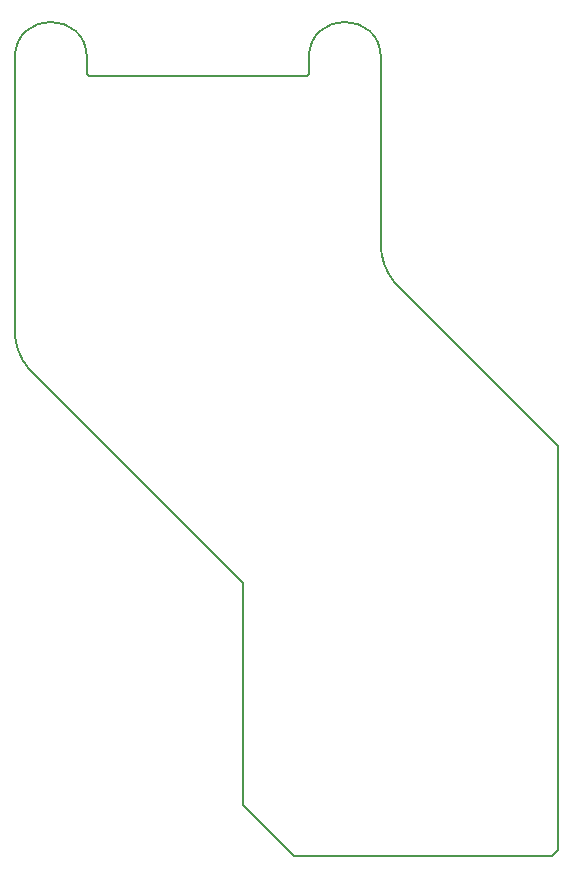
<source format=gm1>
G04*
G04 #@! TF.GenerationSoftware,Altium Limited,Altium Designer,20.0.14 (345)*
G04*
G04 Layer_Color=16711935*
%FSLAX25Y25*%
%MOIN*%
G70*
G01*
G75*
%ADD12C,0.00800*%
%ADD53C,0.00799*%
D12*
X-57000Y-69661D02*
G03*
X-52473Y-82508I19727J-271D01*
G01*
X65000Y-40909D02*
G03*
X69527Y-53756I19727J-271D01*
G01*
X41000Y15729D02*
Y21000D01*
X40271Y15000D02*
X41000Y15729D01*
X-32391Y15000D02*
X40271D01*
X-33000Y15609D02*
Y21000D01*
Y15609D02*
X-32391Y15000D01*
X-52482Y-82518D02*
X19000Y-154000D01*
Y-228000D02*
Y-154000D01*
X-57000Y-69661D02*
Y21000D01*
X69527Y-53756D02*
X70278Y-54663D01*
X65000Y-41179D02*
Y21000D01*
X124000Y-243000D02*
Y-108386D01*
X122000Y-245000D02*
X124000Y-243000D01*
X36000Y-245000D02*
X122000D01*
X19000Y-228000D02*
X36000Y-245000D01*
X70278Y-54663D02*
X124000Y-108386D01*
D53*
X-33000Y21000D02*
G03*
X-57000Y21000I-12000J0D01*
G01*
X65000D02*
G03*
X41000Y21000I-12000J0D01*
G01*
M02*

</source>
